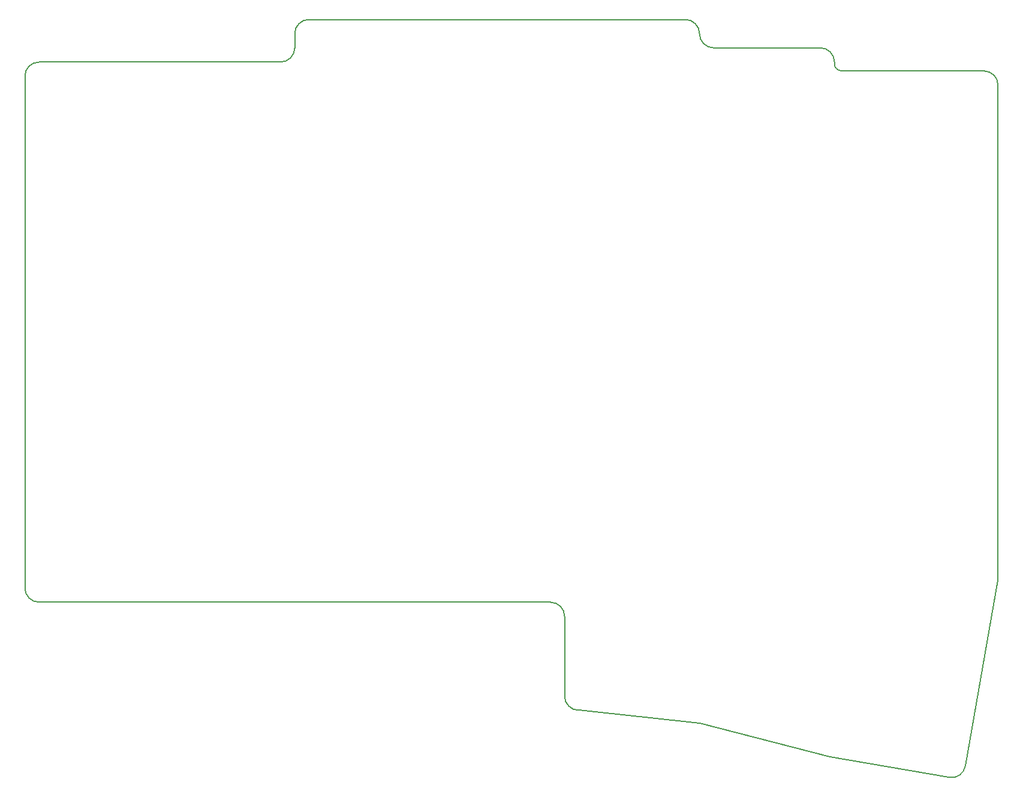
<source format=gbr>
%TF.GenerationSoftware,KiCad,Pcbnew,(6.0.4)*%
%TF.CreationDate,2022-07-03T17:00:08-07:00*%
%TF.ProjectId,Athena54,41746865-6e61-4353-942e-6b696361645f,v1.0.0*%
%TF.SameCoordinates,Original*%
%TF.FileFunction,Profile,NP*%
%FSLAX46Y46*%
G04 Gerber Fmt 4.6, Leading zero omitted, Abs format (unit mm)*
G04 Created by KiCad (PCBNEW (6.0.4)) date 2022-07-03 17:00:08*
%MOMM*%
%LPD*%
G01*
G04 APERTURE LIST*
%TA.AperFunction,Profile*%
%ADD10C,0.150000*%
%TD*%
G04 APERTURE END LIST*
D10*
X120944340Y-92407467D02*
G75*
G03*
X123261253Y-90785139I347260J1969667D01*
G01*
X26575000Y8525001D02*
G75*
G03*
X28574999Y10525000I0J1999999D01*
G01*
X104153368Y-89446756D02*
X85724999Y-84725000D01*
X104782107Y8282107D02*
X104775000Y8525000D01*
X64675000Y-67675000D02*
X-7525000Y-67675000D01*
X104775000Y8525000D02*
G75*
G03*
X102775000Y10525000I-2000000J0D01*
G01*
X83725000Y14525000D02*
X30575000Y14525000D01*
X87725000Y10525000D02*
X102775000Y10525000D01*
X105782107Y7282107D02*
X125875000Y7275000D01*
X28575000Y12525000D02*
X28574999Y10525000D01*
X127875000Y5275000D02*
G75*
G03*
X125875000Y7275000I-2000000J0D01*
G01*
X-9525000Y-65675000D02*
G75*
G03*
X-7525000Y-67675000I1999999J-1D01*
G01*
X-9525000Y-65675000D02*
X-9525000Y6525000D01*
X30575000Y14525000D02*
G75*
G03*
X28575000Y12525000I0J-2000000D01*
G01*
X-7525000Y8525000D02*
G75*
G03*
X-9525000Y6525000I-1J-1999999D01*
G01*
X85725000Y12525000D02*
G75*
G03*
X83725000Y14525000I-2000000J0D01*
G01*
X85725000Y12525000D02*
G75*
G03*
X87725000Y10525000I2000000J0D01*
G01*
X66675000Y-80925000D02*
X66675000Y-69675000D01*
X66675000Y-80925000D02*
G75*
G03*
X68675000Y-82925000I2000000J0D01*
G01*
X120944341Y-92407459D02*
X104153368Y-89446756D01*
X85724999Y-84725000D02*
X68675000Y-82925000D01*
X66675000Y-69675000D02*
G75*
G03*
X64675000Y-67675000I-2000000J0D01*
G01*
X104782107Y8282107D02*
G75*
G03*
X105782107Y7282107I999993J-7D01*
G01*
X-7525000Y8525000D02*
X26575000Y8525000D01*
X127875000Y5275000D02*
X127875000Y-64625000D01*
X127875000Y-64625000D02*
X123261253Y-90785139D01*
M02*

</source>
